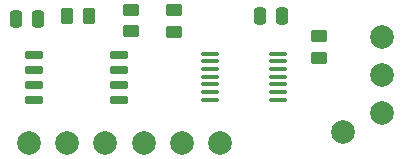
<source format=gbr>
%TF.GenerationSoftware,KiCad,Pcbnew,(6.99.0-4502-gf1556ed801-dirty)*%
%TF.CreationDate,2022-12-17T20:16:56-05:00*%
%TF.ProjectId,siox,73696f78-2e6b-4696-9361-645f70636258,rev?*%
%TF.SameCoordinates,Original*%
%TF.FileFunction,Soldermask,Top*%
%TF.FilePolarity,Negative*%
%FSLAX46Y46*%
G04 Gerber Fmt 4.6, Leading zero omitted, Abs format (unit mm)*
G04 Created by KiCad (PCBNEW (6.99.0-4502-gf1556ed801-dirty)) date 2022-12-17 20:16:56*
%MOMM*%
%LPD*%
G01*
G04 APERTURE LIST*
G04 Aperture macros list*
%AMRoundRect*
0 Rectangle with rounded corners*
0 $1 Rounding radius*
0 $2 $3 $4 $5 $6 $7 $8 $9 X,Y pos of 4 corners*
0 Add a 4 corners polygon primitive as box body*
4,1,4,$2,$3,$4,$5,$6,$7,$8,$9,$2,$3,0*
0 Add four circle primitives for the rounded corners*
1,1,$1+$1,$2,$3*
1,1,$1+$1,$4,$5*
1,1,$1+$1,$6,$7*
1,1,$1+$1,$8,$9*
0 Add four rect primitives between the rounded corners*
20,1,$1+$1,$2,$3,$4,$5,0*
20,1,$1+$1,$4,$5,$6,$7,0*
20,1,$1+$1,$6,$7,$8,$9,0*
20,1,$1+$1,$8,$9,$2,$3,0*%
G04 Aperture macros list end*
%ADD10C,2.000000*%
%ADD11RoundRect,0.150000X-0.650000X-0.150000X0.650000X-0.150000X0.650000X0.150000X-0.650000X0.150000X0*%
%ADD12RoundRect,0.250000X0.450000X-0.262500X0.450000X0.262500X-0.450000X0.262500X-0.450000X-0.262500X0*%
%ADD13RoundRect,0.250000X-0.450000X0.262500X-0.450000X-0.262500X0.450000X-0.262500X0.450000X0.262500X0*%
%ADD14RoundRect,0.250000X0.262500X0.450000X-0.262500X0.450000X-0.262500X-0.450000X0.262500X-0.450000X0*%
%ADD15RoundRect,0.250000X0.250000X0.475000X-0.250000X0.475000X-0.250000X-0.475000X0.250000X-0.475000X0*%
%ADD16RoundRect,0.100000X-0.637500X-0.100000X0.637500X-0.100000X0.637500X0.100000X-0.637500X0.100000X0*%
G04 APERTURE END LIST*
D10*
%TO.C,J10*%
X108000000Y-71000000D03*
%TD*%
%TO.C,J9*%
X104750000Y-71000000D03*
%TD*%
%TO.C,J8*%
X101500000Y-71000000D03*
%TD*%
%TO.C,J7*%
X98250000Y-71000000D03*
%TD*%
%TO.C,J6*%
X95000000Y-71000000D03*
%TD*%
%TO.C,J5*%
X91750000Y-71000000D03*
%TD*%
D11*
%TO.C,U2*%
X99400000Y-63545000D03*
X99400000Y-64815000D03*
X99400000Y-66085000D03*
X99400000Y-67355000D03*
X92200000Y-67355000D03*
X92200000Y-66085000D03*
X92200000Y-64815000D03*
X92200000Y-63545000D03*
%TD*%
D10*
%TO.C,J4*%
X121650000Y-68450000D03*
%TD*%
%TO.C,J3*%
X118400000Y-70050000D03*
%TD*%
%TO.C,J2*%
X121650000Y-65200000D03*
%TD*%
%TO.C,J1*%
X121650000Y-61950000D03*
%TD*%
D12*
%TO.C,R4*%
X116350000Y-63762500D03*
X116350000Y-61937500D03*
%TD*%
D13*
%TO.C,R3*%
X104050000Y-59737500D03*
X104050000Y-61562500D03*
%TD*%
%TO.C,R2*%
X100400000Y-59687500D03*
X100400000Y-61512500D03*
%TD*%
D14*
%TO.C,R1*%
X96862500Y-60250000D03*
X95037500Y-60250000D03*
%TD*%
D15*
%TO.C,C2*%
X92550000Y-60500000D03*
X90650000Y-60500000D03*
%TD*%
%TO.C,C1*%
X113250000Y-60250000D03*
X111350000Y-60250000D03*
%TD*%
D16*
%TO.C,U1*%
X107137500Y-63400000D03*
X107137500Y-64050000D03*
X107137500Y-64700000D03*
X107137500Y-65350000D03*
X107137500Y-66000000D03*
X107137500Y-66650000D03*
X107137500Y-67300000D03*
X112862500Y-67300000D03*
X112862500Y-66650000D03*
X112862500Y-66000000D03*
X112862500Y-65350000D03*
X112862500Y-64700000D03*
X112862500Y-64050000D03*
X112862500Y-63400000D03*
%TD*%
M02*

</source>
